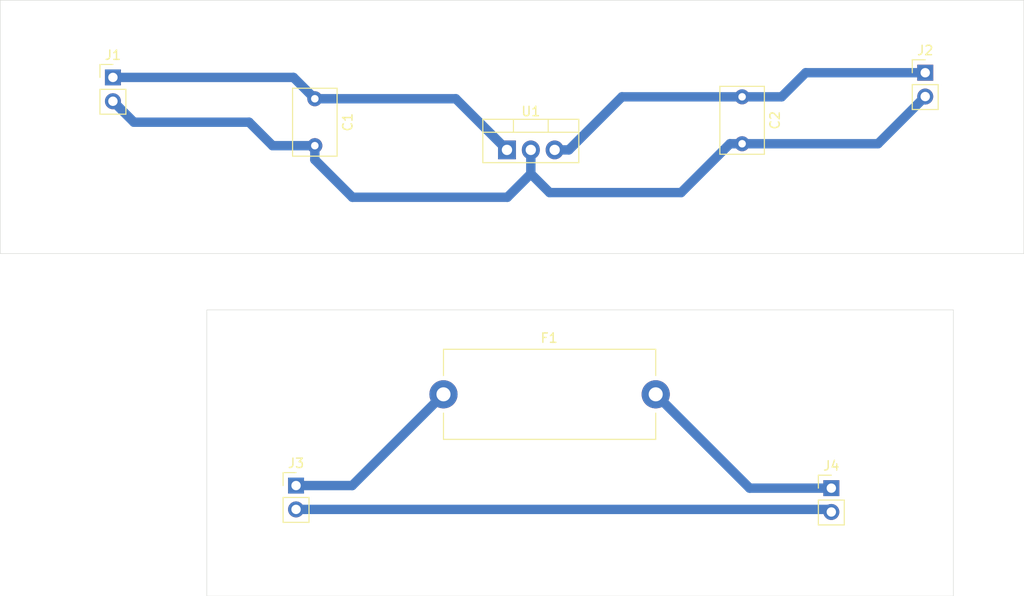
<source format=kicad_pcb>
(kicad_pcb (version 20241229) (generator "pcbnew") (generator_version "9.0")
  (layers (0 "F.Cu" signal) (2 "B.Cu" signal) (13 "F.Paste" user) (15 "B.Paste" user) (5 "F.SilkS" user "F.Silkscreen") (7 "B.SilkS" user "B.Silkscreen") (1 "F.Mask" user) (3 "B.Mask" user) (25 "Edge.Cuts" user))
  (net 0 "")
  (net 1 "Net-(J2-Pin_1)")
  (net 2 "GND")
  (net 3 "Net-(J1-Pin_1)")
  (net 4 "Net-(J3-Pin_1)")
  (net 5 "Net-(J3-Pin_2)")
  (net 6 "Net-(J4-Pin_1)")
  (footprint "Capacitor_THT:C_Rect_L7.0mm_W4.5mm_P5.00mm" (layer "F.Cu") (at 94 84 -90)
    (property "Reference" "C1" (at 2.5 -3.5 270) (layer "F.SilkS"))
    (property "Value" "0.33uF")
    (fp_line (start -1.12 2.37) (end -1.12 -2.37) (stroke (width 0.12)) (layer "F.SilkS"))
    (fp_line (start 6.12 2.37) (end -1.12 2.37) (stroke (width 0.12)) (layer "F.SilkS"))
    (fp_line (start -1.12 -2.37) (end 6.12 -2.37) (stroke (width 0.12)) (layer "F.SilkS"))
    (fp_line (start 6.12 -2.37) (end 6.12 2.37) (stroke (width 0.12)) (layer "F.SilkS"))
    (pad "1" thru_hole circle (at 0 0 270) (size 1.6 1.6) (drill 0.8) (layers "*.Cu" "*.Mask") (net 3 "Net-(J1-Pin_1)"))
    (pad "2" thru_hole circle (at 5 0 270) (size 1.6 1.6) (drill 0.8) (layers "*.Cu" "*.Mask") (net 2 "GND"))
  )
  (footprint "Connector_PinHeader_2.54mm:PinHeader_1x02_P2.54mm_Vertical" (layer "F.Cu") (at 149 125.5)
    (property "Reference" "J4" (at 0 -2.38 0) (layer "F.SilkS"))
    (property "Value" "Screw_Terminal_01x02")
    (fp_line (start -1.38 -1.38) (end 0 -1.38) (stroke (width 0.12)) (layer "F.SilkS"))
    (fp_line (start -1.38 0) (end -1.38 -1.38) (stroke (width 0.12)) (layer "F.SilkS"))
    (fp_line (start -1.38 1.27) (end -1.38 3.92) (stroke (width 0.12)) (layer "F.SilkS"))
    (fp_line (start -1.38 1.27) (end 1.38 1.27) (stroke (width 0.12)) (layer "F.SilkS"))
    (fp_line (start -1.38 3.92) (end 1.38 3.92) (stroke (width 0.12)) (layer "F.SilkS"))
    (fp_line (start 1.38 1.27) (end 1.38 3.92) (stroke (width 0.12)) (layer "F.SilkS"))
    (pad "1" thru_hole rect (at 0 0) (size 1.7 1.7) (drill 1) (layers "*.Cu" "*.Mask") (net 6 "Net-(J4-Pin_1)"))
    (pad "2" thru_hole circle (at 0 2.54) (size 1.7 1.7) (drill 1) (layers "*.Cu" "*.Mask") (net 5 "Net-(J3-Pin_2)"))
  )
  (footprint "Package_TO_SOT_THT:TO-220-3_Vertical" (layer "F.Cu") (at 114.46 89.45)
    (property "Reference" "U1" (at 2.54 -4.1 0) (layer "F.SilkS"))
    (property "Value" "L7805")
    (fp_line (start -2.57 -3.26) (end 7.65 -3.26) (stroke (width 0.12)) (layer "F.SilkS"))
    (fp_line (start -2.57 -1.88) (end 7.65 -1.88) (stroke (width 0.12)) (layer "F.SilkS"))
    (fp_line (start -2.57 1.36) (end -2.57 -3.26) (stroke (width 0.12)) (layer "F.SilkS"))
    (fp_line (start 0.69 -3.26) (end 0.69 -1.88) (stroke (width 0.12)) (layer "F.SilkS"))
    (fp_line (start 4.39 -3.26) (end 4.39 -1.88) (stroke (width 0.12)) (layer "F.SilkS"))
    (fp_line (start 7.65 -3.26) (end 7.65 1.36) (stroke (width 0.12)) (layer "F.SilkS"))
    (fp_line (start 7.65 1.36) (end -2.57 1.36) (stroke (width 0.12)) (layer "F.SilkS"))
    (pad "1" thru_hole rect (at 0 0) (size 1.905 2) (drill 1.1) (layers "*.Cu" "*.Mask") (net 3 "Net-(J1-Pin_1)"))
    (pad "2" thru_hole oval (at 2.54 0) (size 1.905 2) (drill 1.1) (layers "*.Cu" "*.Mask") (net 2 "GND"))
    (pad "3" thru_hole oval (at 5.08 0) (size 1.905 2) (drill 1.1) (layers "*.Cu" "*.Mask") (net 1 "Net-(J2-Pin_1)"))
  )
  (footprint "Capacitor_THT:C_Rect_L7.0mm_W4.5mm_P5.00mm" (layer "F.Cu") (at 139.5 83.794888 -90)
    (property "Reference" "C2" (at 2.5 -3.5 270) (layer "F.SilkS"))
    (property "Value" "0.1uF")
    (fp_line (start -1.12 2.37) (end -1.12 -2.37) (stroke (width 0.12)) (layer "F.SilkS"))
    (fp_line (start 6.12 2.37) (end -1.12 2.37) (stroke (width 0.12)) (layer "F.SilkS"))
    (fp_line (start -1.12 -2.37) (end 6.12 -2.37) (stroke (width 0.12)) (layer "F.SilkS"))
    (fp_line (start 6.12 -2.37) (end 6.12 2.37) (stroke (width 0.12)) (layer "F.SilkS"))
    (pad "1" thru_hole circle (at 0 0 270) (size 1.6 1.6) (drill 0.8) (layers "*.Cu" "*.Mask") (net 1 "Net-(J2-Pin_1)"))
    (pad "2" thru_hole circle (at 5 0 270) (size 1.6 1.6) (drill 0.8) (layers "*.Cu" "*.Mask") (net 2 "GND"))
  )
  (footprint "Connector_PinHeader_2.54mm:PinHeader_1x02_P2.54mm_Vertical" (layer "F.Cu") (at 92 125.225)
    (property "Reference" "J3" (at 0 -2.38 0) (layer "F.SilkS"))
    (property "Value" "Screw_Terminal_01x02")
    (fp_line (start -1.38 -1.38) (end 0 -1.38) (stroke (width 0.12)) (layer "F.SilkS"))
    (fp_line (start -1.38 0) (end -1.38 -1.38) (stroke (width 0.12)) (layer "F.SilkS"))
    (fp_line (start -1.38 1.27) (end -1.38 3.92) (stroke (width 0.12)) (layer "F.SilkS"))
    (fp_line (start -1.38 1.27) (end 1.38 1.27) (stroke (width 0.12)) (layer "F.SilkS"))
    (fp_line (start -1.38 3.92) (end 1.38 3.92) (stroke (width 0.12)) (layer "F.SilkS"))
    (fp_line (start 1.38 1.27) (end 1.38 3.92) (stroke (width 0.12)) (layer "F.SilkS"))
    (pad "1" thru_hole rect (at 0 0) (size 1.7 1.7) (drill 1) (layers "*.Cu" "*.Mask") (net 4 "Net-(J3-Pin_1)"))
    (pad "2" thru_hole circle (at 0 2.54) (size 1.7 1.7) (drill 1) (layers "*.Cu" "*.Mask") (net 5 "Net-(J3-Pin_2)"))
  )
  (footprint "Connector_PinHeader_2.54mm:PinHeader_1x02_P2.54mm_Vertical" (layer "F.Cu") (at 159 81.225)
    (property "Reference" "J2" (at 0 -2.38 0) (layer "F.SilkS"))
    (property "Value" "Screw_Terminal_01x02")
    (fp_line (start -1.38 -1.38) (end 0 -1.38) (stroke (width 0.12)) (layer "F.SilkS"))
    (fp_line (start -1.38 0) (end -1.38 -1.38) (stroke (width 0.12)) (layer "F.SilkS"))
    (fp_line (start -1.38 1.27) (end -1.38 3.92) (stroke (width 0.12)) (layer "F.SilkS"))
    (fp_line (start -1.38 1.27) (end 1.38 1.27) (stroke (width 0.12)) (layer "F.SilkS"))
    (fp_line (start -1.38 3.92) (end 1.38 3.92) (stroke (width 0.12)) (layer "F.SilkS"))
    (fp_line (start 1.38 1.27) (end 1.38 3.92) (stroke (width 0.12)) (layer "F.SilkS"))
    (pad "1" thru_hole rect (at 0 0) (size 1.7 1.7) (drill 1) (layers "*.Cu" "*.Mask") (net 1 "Net-(J2-Pin_1)"))
    (pad "2" thru_hole circle (at 0 2.54) (size 1.7 1.7) (drill 1) (layers "*.Cu" "*.Mask") (net 2 "GND"))
  )
  (footprint "Connector_PinHeader_2.54mm:PinHeader_1x02_P2.54mm_Vertical" (layer "F.Cu") (at 72.5 81.725)
    (property "Reference" "J1" (at 0 -2.375 0) (layer "F.SilkS"))
    (property "Value" "Screw_Terminal_01x02")
    (fp_line (start -1.38 -1.38) (end 0 -1.38) (stroke (width 0.12)) (layer "F.SilkS"))
    (fp_line (start -1.38 0) (end -1.38 -1.38) (stroke (width 0.12)) (layer "F.SilkS"))
    (fp_line (start -1.38 1.27) (end -1.38 3.92) (stroke (width 0.12)) (layer "F.SilkS"))
    (fp_line (start -1.38 1.27) (end 1.38 1.27) (stroke (width 0.12)) (layer "F.SilkS"))
    (fp_line (start -1.38 3.92) (end 1.38 3.92) (stroke (width 0.12)) (layer "F.SilkS"))
    (fp_line (start 1.38 1.27) (end 1.38 3.92) (stroke (width 0.12)) (layer "F.SilkS"))
    (pad "1" thru_hole rect (at 0 0) (size 1.7 1.7) (drill 1) (layers "*.Cu" "*.Mask") (net 3 "Net-(J1-Pin_1)"))
    (pad "2" thru_hole circle (at 0 2.54) (size 1.7 1.7) (drill 1) (layers "*.Cu" "*.Mask") (net 2 "GND"))
  )
  (footprint "Fuse:Fuseholder_Cylinder-5x20mm_Stelvio-Kontek_PTF78_Horizontal_Open" (layer "F.Cu") (at 107.7 115.5)
    (property "Reference" "F1" (at 11.25 -6 0) (layer "F.SilkS"))
    (property "Value" "300mA")
    (fp_line (start 0 -4.8) (end 22.6 -4.8) (stroke (width 0.12)) (layer "F.SilkS"))
    (fp_line (start 0 -2) (end 0 -4.8) (stroke (width 0.12)) (layer "F.SilkS"))
    (fp_line (start 0 4.8) (end 0 2) (stroke (width 0.12)) (layer "F.SilkS"))
    (fp_line (start 0 4.8) (end 22.6 4.8) (stroke (width 0.12)) (layer "F.SilkS"))
    (fp_line (start 22.6 -2) (end 22.6 -4.8) (stroke (width 0.12)) (layer "F.SilkS"))
    (fp_line (start 22.6 4.8) (end 22.6 2) (stroke (width 0.12)) (layer "F.SilkS"))
    (pad "1" thru_hole circle (at 0 0) (size 3 3) (drill 1.5) (layers "*.Cu" "*.Mask") (net 4 "Net-(J3-Pin_1)"))
    (pad "2" thru_hole circle (at 22.6 0) (size 3 3) (drill 1.5) (layers "*.Cu" "*.Mask") (net 6 "Net-(J4-Pin_1)"))
  )
  (gr_rect (start 60.5 73.5) (end 169.5 100.5) (stroke (width 0.05)) (fill no) (layer "Edge.Cuts"))
  (gr_rect (start 82.5 106.5) (end 162 137) (stroke (width 0.05)) (fill no) (layer "Edge.Cuts"))
  (segment (start 121.05 89.45) (end 126.705112 83.794888) (width 1) (layer "B.Cu") (net 1))
  (segment (start 143.705112 83.794888) (end 146.275 81.225) (width 1) (layer "B.Cu") (net 1))
  (segment (start 119.54 89.45) (end 121.05 89.45) (width 1) (layer "B.Cu") (net 1))
  (segment (start 126.705112 83.794888) (end 139.5 83.794888) (width 1) (layer "B.Cu") (net 1))
  (segment (start 139.5 83.794888) (end 143.705112 83.794888) (width 1) (layer "B.Cu") (net 1))
  (segment (start 146.275 81.225) (end 159 81.225) (width 1) (layer "B.Cu") (net 1))
  (segment (start 133 94) (end 138.205112 88.794888) (width 1) (layer "B.Cu") (net 2))
  (segment (start 153.970112 88.794888) (end 159 83.765) (width 1) (layer "B.Cu") (net 2))
  (segment (start 119 94) (end 133 94) (width 1) (layer "B.Cu") (net 2))
  (segment (start 94 90.5) (end 94 89) (width 1) (layer "B.Cu") (net 2))
  (segment (start 117 92) (end 119 94) (width 1) (layer "B.Cu") (net 2))
  (segment (start 87 86.5) (end 89.5 89) (width 1) (layer "B.Cu") (net 2))
  (segment (start 114.5 94.5) (end 98 94.5) (width 1) (layer "B.Cu") (net 2))
  (segment (start 72.5 84.265) (end 74.735 86.5) (width 1) (layer "B.Cu") (net 2))
  (segment (start 74.735 86.5) (end 87 86.5) (width 1) (layer "B.Cu") (net 2))
  (segment (start 139.5 88.794888) (end 153.970112 88.794888) (width 1) (layer "B.Cu") (net 2))
  (segment (start 117 92) (end 114.5 94.5) (width 1) (layer "B.Cu") (net 2))
  (segment (start 138.205112 88.794888) (end 139.5 88.794888) (width 1) (layer "B.Cu") (net 2))
  (segment (start 98 94.5) (end 94 90.5) (width 1) (layer "B.Cu") (net 2))
  (segment (start 117 92) (end 117 89.45) (width 1) (layer "B.Cu") (net 2))
  (segment (start 89.5 89) (end 94 89) (width 1) (layer "B.Cu") (net 2))
  (segment (start 94 84) (end 109.01 84) (width 1) (layer "B.Cu") (net 3))
  (segment (start 109.01 84) (end 114.46 89.45) (width 1) (layer "B.Cu") (net 3))
  (segment (start 72.5 81.725) (end 91.725 81.725) (width 1) (layer "B.Cu") (net 3))
  (segment (start 91.725 81.725) (end 94 84) (width 1) (layer "B.Cu") (net 3))
  (segment (start 97.975 125.225) (end 107.7 115.5) (width 1) (layer "B.Cu") (net 4))
  (segment (start 92 125.225) (end 97.975 125.225) (width 1) (layer "B.Cu") (net 4))
  (segment (start 92 127.765) (end 148.725 127.765) (width 1) (layer "B.Cu") (net 5))
  (segment (start 148.725 127.765) (end 149 128.04) (width 1) (layer "B.Cu") (net 5))
  (segment (start 130.3 115.5) (end 140.3 125.5) (width 1) (layer "B.Cu") (net 6))
  (segment (start 140.3 125.5) (end 149 125.5) (width 1) (layer "B.Cu") (net 6))
)
</source>
